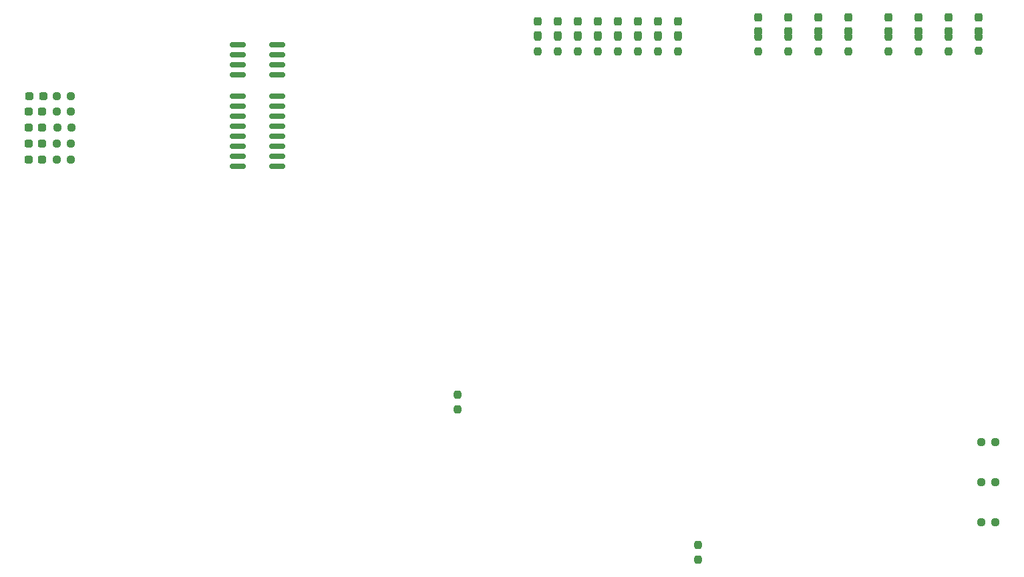
<source format=gbr>
%TF.GenerationSoftware,KiCad,Pcbnew,7.0.5*%
%TF.CreationDate,2024-11-17T15:27:36-05:00*%
%TF.ProjectId,93c76_revision_two,39336337-365f-4726-9576-6973696f6e5f,rev?*%
%TF.SameCoordinates,Original*%
%TF.FileFunction,Paste,Top*%
%TF.FilePolarity,Positive*%
%FSLAX46Y46*%
G04 Gerber Fmt 4.6, Leading zero omitted, Abs format (unit mm)*
G04 Created by KiCad (PCBNEW 7.0.5) date 2024-11-17 15:27:36*
%MOMM*%
%LPD*%
G01*
G04 APERTURE LIST*
G04 Aperture macros list*
%AMRoundRect*
0 Rectangle with rounded corners*
0 $1 Rounding radius*
0 $2 $3 $4 $5 $6 $7 $8 $9 X,Y pos of 4 corners*
0 Add a 4 corners polygon primitive as box body*
4,1,4,$2,$3,$4,$5,$6,$7,$8,$9,$2,$3,0*
0 Add four circle primitives for the rounded corners*
1,1,$1+$1,$2,$3*
1,1,$1+$1,$4,$5*
1,1,$1+$1,$6,$7*
1,1,$1+$1,$8,$9*
0 Add four rect primitives between the rounded corners*
20,1,$1+$1,$2,$3,$4,$5,0*
20,1,$1+$1,$4,$5,$6,$7,0*
20,1,$1+$1,$6,$7,$8,$9,0*
20,1,$1+$1,$8,$9,$2,$3,0*%
G04 Aperture macros list end*
%ADD10RoundRect,0.237500X-0.250000X-0.237500X0.250000X-0.237500X0.250000X0.237500X-0.250000X0.237500X0*%
%ADD11RoundRect,0.150000X-0.825000X-0.150000X0.825000X-0.150000X0.825000X0.150000X-0.825000X0.150000X0*%
%ADD12RoundRect,0.237500X-0.237500X0.287500X-0.237500X-0.287500X0.237500X-0.287500X0.237500X0.287500X0*%
%ADD13RoundRect,0.237500X-0.287500X-0.237500X0.287500X-0.237500X0.287500X0.237500X-0.287500X0.237500X0*%
%ADD14RoundRect,0.237500X-0.237500X0.250000X-0.237500X-0.250000X0.237500X-0.250000X0.237500X0.250000X0*%
%ADD15RoundRect,0.237500X0.287500X0.237500X-0.287500X0.237500X-0.287500X-0.237500X0.287500X-0.237500X0*%
%ADD16RoundRect,0.237500X0.237500X-0.250000X0.237500X0.250000X-0.237500X0.250000X-0.237500X-0.250000X0*%
%ADD17RoundRect,0.237500X0.250000X0.237500X-0.250000X0.237500X-0.250000X-0.237500X0.250000X-0.237500X0*%
G04 APERTURE END LIST*
D10*
%TO.C,r13*%
X33020000Y-41656000D03*
X34845000Y-41656000D03*
%TD*%
D11*
%TO.C,U1*%
X56010040Y-27116684D03*
X56010040Y-28386684D03*
X56010040Y-29656684D03*
X56010040Y-30926684D03*
X60960040Y-30926684D03*
X60960040Y-29656684D03*
X60960040Y-28386684D03*
X60960040Y-27116684D03*
%TD*%
%TO.C,U9*%
X56010190Y-33619910D03*
X56010190Y-34889910D03*
X56010190Y-36159910D03*
X56010190Y-37429910D03*
X56010190Y-38699910D03*
X56010190Y-39969910D03*
X56010190Y-41239910D03*
X56010190Y-42509910D03*
X60960190Y-42509910D03*
X60960190Y-41239910D03*
X60960190Y-39969910D03*
X60960190Y-38699910D03*
X60960190Y-37429910D03*
X60960190Y-36159910D03*
X60960190Y-34889910D03*
X60960190Y-33619910D03*
%TD*%
D10*
%TO.C,r11*%
X33123500Y-37592000D03*
X34948500Y-37592000D03*
%TD*%
D12*
%TO.C,D22*%
X93980000Y-24130000D03*
X93980000Y-25880000D03*
%TD*%
%TO.C,D14*%
X149860000Y-23650000D03*
X149860000Y-25400000D03*
%TD*%
D13*
%TO.C,D5*%
X29464000Y-41656000D03*
X31214000Y-41656000D03*
%TD*%
D10*
%TO.C,r8*%
X33020000Y-35560000D03*
X34845000Y-35560000D03*
%TD*%
D14*
%TO.C,r32*%
X106680000Y-26115000D03*
X106680000Y-27940000D03*
%TD*%
D12*
%TO.C,D9*%
X129540000Y-23650000D03*
X129540000Y-25400000D03*
%TD*%
%TO.C,D13*%
X146050000Y-23650000D03*
X146050000Y-25400000D03*
%TD*%
D15*
%TO.C,D1*%
X31355000Y-33640210D03*
X29605000Y-33640210D03*
%TD*%
D10*
%TO.C,r12*%
X33020000Y-39624000D03*
X34845000Y-39624000D03*
%TD*%
D12*
%TO.C,D17*%
X106680000Y-24130000D03*
X106680000Y-25880000D03*
%TD*%
%TO.C,D11*%
X138430000Y-23650000D03*
X138430000Y-25400000D03*
%TD*%
D13*
%TO.C,D4*%
X29464000Y-39624000D03*
X31214000Y-39624000D03*
%TD*%
D14*
%TO.C,r28*%
X146050000Y-26115000D03*
X146050000Y-27940000D03*
%TD*%
D12*
%TO.C,D10*%
X133350000Y-23650000D03*
X133350000Y-25400000D03*
%TD*%
D14*
%TO.C,r25*%
X133350000Y-26115000D03*
X133350000Y-27940000D03*
%TD*%
%TO.C,r30*%
X111760000Y-26115000D03*
X111760000Y-27940000D03*
%TD*%
D10*
%TO.C,r14*%
X150217500Y-87630000D03*
X152042500Y-87630000D03*
%TD*%
D12*
%TO.C,D16*%
X109220000Y-24130000D03*
X109220000Y-25880000D03*
%TD*%
%TO.C,D19*%
X101600000Y-24130000D03*
X101600000Y-25880000D03*
%TD*%
%TO.C,D18*%
X104140000Y-24130000D03*
X104140000Y-25880000D03*
%TD*%
D14*
%TO.C,r31*%
X109220000Y-26115000D03*
X109220000Y-27940000D03*
%TD*%
D12*
%TO.C,D8*%
X125730000Y-23650000D03*
X125730000Y-25400000D03*
%TD*%
D13*
%TO.C,D3*%
X29464000Y-37592000D03*
X31214000Y-37592000D03*
%TD*%
D10*
%TO.C,r18*%
X150217500Y-82550000D03*
X152042500Y-82550000D03*
%TD*%
D14*
%TO.C,r23*%
X125730000Y-26115000D03*
X125730000Y-27940000D03*
%TD*%
%TO.C,r29*%
X149884835Y-26064737D03*
X149884835Y-27889737D03*
%TD*%
D12*
%TO.C,D15*%
X111760000Y-24130000D03*
X111760000Y-25880000D03*
%TD*%
D14*
%TO.C,r35*%
X99060000Y-26115000D03*
X99060000Y-27940000D03*
%TD*%
D16*
%TO.C,r20*%
X114300000Y-92352500D03*
X114300000Y-90527500D03*
%TD*%
D14*
%TO.C,r22*%
X121920000Y-26115000D03*
X121920000Y-27940000D03*
%TD*%
D12*
%TO.C,D7*%
X121920000Y-23650000D03*
X121920000Y-25400000D03*
%TD*%
%TO.C,D21*%
X96520000Y-24130000D03*
X96520000Y-25880000D03*
%TD*%
D10*
%TO.C,r19*%
X150217500Y-77470000D03*
X152042500Y-77470000D03*
%TD*%
D17*
%TO.C,r1*%
X34845000Y-33640210D03*
X33020000Y-33640210D03*
%TD*%
D14*
%TO.C,r26*%
X138430000Y-26115000D03*
X138430000Y-27940000D03*
%TD*%
%TO.C,r36*%
X96520000Y-26115000D03*
X96520000Y-27940000D03*
%TD*%
%TO.C,r27*%
X142240000Y-26115000D03*
X142240000Y-27940000D03*
%TD*%
D12*
%TO.C,D20*%
X99060000Y-24130000D03*
X99060000Y-25880000D03*
%TD*%
%TO.C,D12*%
X142240000Y-23650000D03*
X142240000Y-25400000D03*
%TD*%
D13*
%TO.C,D2*%
X29464000Y-35560000D03*
X31214000Y-35560000D03*
%TD*%
D14*
%TO.C,r33*%
X104140000Y-26115000D03*
X104140000Y-27940000D03*
%TD*%
%TO.C,r34*%
X101600000Y-26115000D03*
X101600000Y-27940000D03*
%TD*%
%TO.C,r37*%
X93980000Y-26115000D03*
X93980000Y-27940000D03*
%TD*%
%TO.C,r21*%
X83820000Y-71477500D03*
X83820000Y-73302500D03*
%TD*%
%TO.C,r24*%
X129540000Y-26115000D03*
X129540000Y-27940000D03*
%TD*%
M02*

</source>
